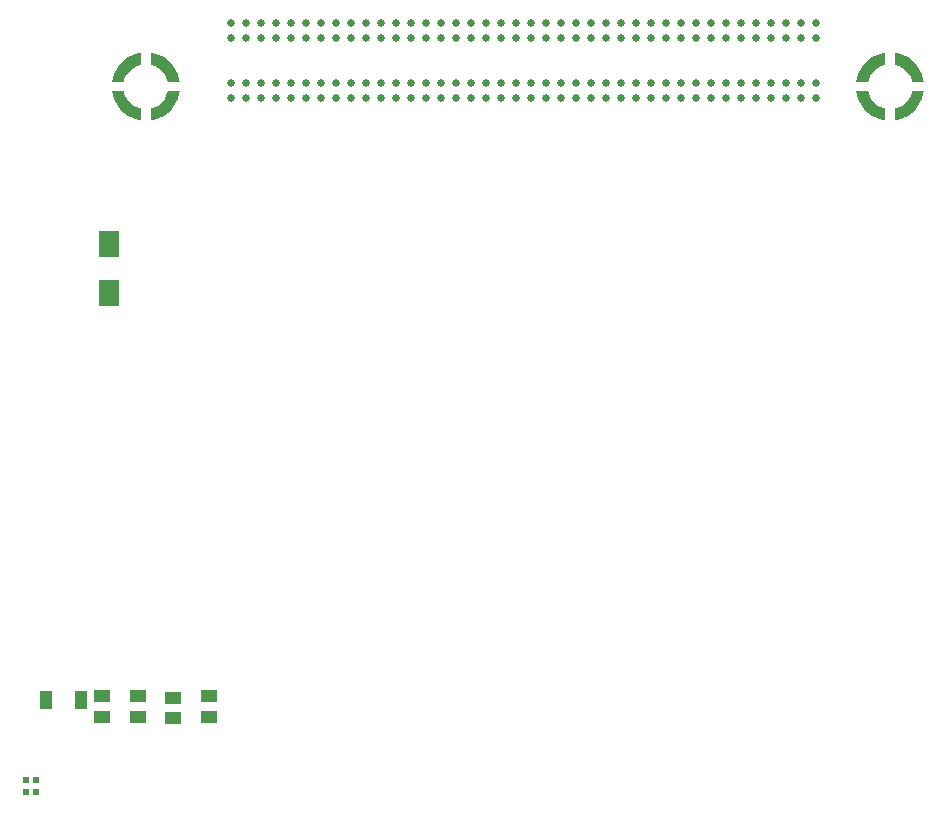
<source format=gbp>
G04*
G04 #@! TF.GenerationSoftware,Altium Limited,Altium Designer,22.10.1 (41)*
G04*
G04 Layer_Color=128*
%FSAX44Y44*%
%MOMM*%
G71*
G04*
G04 #@! TF.SameCoordinates,19A9066D-69EC-4412-BDAA-CEE194C5A0F3*
G04*
G04*
G04 #@! TF.FilePolarity,Positive*
G04*
G01*
G75*
%ADD38R,0.6000X0.5500*%
%ADD133R,1.7000X2.3000*%
%ADD134C,0.6400*%
%ADD137R,1.4000X1.1000*%
%ADD138R,1.0000X1.6000*%
G36*
X00135000Y00721500D02*
X00133667Y00721789D01*
X00131086Y00722669D01*
X00128669Y00723929D01*
X00126471Y00725542D01*
X00124543Y00727470D01*
X00122930Y00729668D01*
X00121669Y00732086D01*
X00120790Y00734667D01*
X00120500Y00736000D01*
X00120500Y00736000D01*
X00110500Y00736000D01*
X00110770Y00733674D01*
X00112077Y00729176D01*
X00114116Y00724960D01*
X00116830Y00721142D01*
X00120142Y00717830D01*
X00123959Y00715117D01*
X00128176Y00713077D01*
X00132673Y00711770D01*
X00135000Y00711500D01*
Y00711500D01*
X00135000Y00721500D01*
D02*
G37*
G36*
X00120500Y00744000D02*
X00120789Y00745333D01*
X00121669Y00747914D01*
X00122929Y00750331D01*
X00124542Y00752529D01*
X00126470Y00754457D01*
X00128668Y00756070D01*
X00131086Y00757331D01*
X00133667Y00758210D01*
X00135000Y00758500D01*
X00135000D01*
X00135000Y00768500D01*
X00132674Y00768230D01*
X00128176Y00766923D01*
X00123960Y00764884D01*
X00120142Y00762170D01*
X00116830Y00758858D01*
X00114116Y00755041D01*
X00112077Y00750824D01*
X00110770Y00746327D01*
X00110500Y00744000D01*
X00110500Y00744000D01*
X00120500Y00744000D01*
D02*
G37*
G36*
X00157500Y00736000D02*
X00157211Y00734667D01*
X00156332Y00732086D01*
X00155071Y00729669D01*
X00153458Y00727471D01*
X00151530Y00725543D01*
X00149332Y00723930D01*
X00146914Y00722669D01*
X00144333Y00721790D01*
X00143000Y00721500D01*
X00143000Y00721500D01*
X00143000Y00711500D01*
X00145326Y00711770D01*
X00149824Y00713077D01*
X00154040Y00715116D01*
X00157858Y00717830D01*
X00161170Y00721142D01*
X00163883Y00724959D01*
X00165923Y00729176D01*
X00167230Y00733673D01*
X00167500Y00736000D01*
X00167500D01*
X00157500Y00736000D01*
D02*
G37*
G36*
X00143000Y00758500D02*
X00144333Y00758211D01*
X00146914Y00757331D01*
X00149331Y00756071D01*
X00151529Y00754458D01*
X00153457Y00752530D01*
X00155070Y00750332D01*
X00156331Y00747914D01*
X00157210Y00745333D01*
X00157500Y00744000D01*
X00157500Y00744000D01*
X00167500Y00744000D01*
X00167230Y00746326D01*
X00165923Y00750824D01*
X00163884Y00755040D01*
X00161170Y00758858D01*
X00157858Y00762170D01*
X00154041Y00764883D01*
X00149824Y00766923D01*
X00145327Y00768230D01*
X00143000Y00768500D01*
X00143000Y00768500D01*
X00143000Y00758500D01*
D02*
G37*
G36*
X00765000Y00721500D02*
X00763667Y00721789D01*
X00761086Y00722669D01*
X00758669Y00723929D01*
X00756471Y00725542D01*
X00754543Y00727470D01*
X00752930Y00729668D01*
X00751669Y00732086D01*
X00750790Y00734667D01*
X00750500Y00736000D01*
X00750500Y00736000D01*
X00740500Y00736000D01*
X00740770Y00733674D01*
X00742077Y00729176D01*
X00744116Y00724960D01*
X00746830Y00721142D01*
X00750142Y00717830D01*
X00753959Y00715117D01*
X00758176Y00713077D01*
X00762673Y00711770D01*
X00765000Y00711500D01*
Y00711500D01*
X00765000Y00721500D01*
D02*
G37*
G36*
X00750500Y00744000D02*
X00750789Y00745333D01*
X00751668Y00747914D01*
X00752929Y00750331D01*
X00754542Y00752529D01*
X00756470Y00754457D01*
X00758668Y00756070D01*
X00761086Y00757331D01*
X00763667Y00758210D01*
X00765000Y00758500D01*
X00765000D01*
X00765000Y00768500D01*
X00762674Y00768230D01*
X00758176Y00766923D01*
X00753960Y00764884D01*
X00750142Y00762170D01*
X00746830Y00758858D01*
X00744117Y00755041D01*
X00742077Y00750824D01*
X00740770Y00746327D01*
X00740500Y00744000D01*
X00740500Y00744000D01*
X00750500Y00744000D01*
D02*
G37*
G36*
X00787500Y00736000D02*
X00787211Y00734667D01*
X00786331Y00732086D01*
X00785071Y00729669D01*
X00783458Y00727471D01*
X00781530Y00725543D01*
X00779332Y00723930D01*
X00776914Y00722669D01*
X00774333Y00721790D01*
X00773000Y00721500D01*
X00773000Y00721500D01*
X00773000Y00711500D01*
X00775326Y00711770D01*
X00779824Y00713077D01*
X00784040Y00715116D01*
X00787858Y00717830D01*
X00791170Y00721142D01*
X00793884Y00724959D01*
X00795922Y00729176D01*
X00797230Y00733673D01*
X00797500Y00736000D01*
X00797500D01*
X00787500Y00736000D01*
D02*
G37*
G36*
X00773000Y00758500D02*
X00774333Y00758211D01*
X00776914Y00757331D01*
X00779331Y00756071D01*
X00781529Y00754458D01*
X00783457Y00752530D01*
X00785070Y00750332D01*
X00786331Y00747914D01*
X00787210Y00745333D01*
X00787500Y00744000D01*
X00787500Y00744000D01*
X00797500Y00744000D01*
X00797230Y00746326D01*
X00795923Y00750824D01*
X00793884Y00755040D01*
X00791170Y00758858D01*
X00787858Y00762170D01*
X00784041Y00764883D01*
X00779824Y00766923D01*
X00775327Y00768230D01*
X00773000Y00768500D01*
X00773000Y00768500D01*
X00773000Y00758500D01*
D02*
G37*
D38*
X00037750Y00153000D02*
D03*
X00046250D02*
D03*
X00037500Y00142500D02*
D03*
X00046000D02*
D03*
D133*
X00108000Y00607000D02*
D03*
Y00565000D02*
D03*
D134*
X00325650Y00793750D02*
D03*
X00376450D02*
D03*
X00706650Y00730250D02*
D03*
X00706650Y00742950D02*
D03*
Y00781050D02*
D03*
X00706650Y00793750D02*
D03*
X00693950Y00730250D02*
D03*
Y00742950D02*
D03*
Y00781050D02*
D03*
Y00793750D02*
D03*
X00681250Y00730250D02*
D03*
Y00742950D02*
D03*
Y00781050D02*
D03*
Y00793750D02*
D03*
X00668550Y00730250D02*
D03*
X00668550Y00742950D02*
D03*
Y00781050D02*
D03*
X00668550Y00793750D02*
D03*
X00655850Y00730250D02*
D03*
Y00742950D02*
D03*
Y00781050D02*
D03*
Y00793750D02*
D03*
X00643150Y00730250D02*
D03*
Y00742950D02*
D03*
Y00781050D02*
D03*
Y00793750D02*
D03*
X00630450Y00730250D02*
D03*
Y00742950D02*
D03*
Y00781050D02*
D03*
Y00793750D02*
D03*
X00617750Y00730250D02*
D03*
X00617750Y00742950D02*
D03*
Y00781050D02*
D03*
X00617750Y00793750D02*
D03*
X00605050Y00730250D02*
D03*
Y00742950D02*
D03*
Y00781050D02*
D03*
Y00793750D02*
D03*
X00592350Y00730250D02*
D03*
X00592350Y00742950D02*
D03*
Y00781050D02*
D03*
X00592350Y00793750D02*
D03*
X00579650Y00730250D02*
D03*
Y00742950D02*
D03*
Y00781050D02*
D03*
Y00793750D02*
D03*
X00566950Y00730250D02*
D03*
Y00742950D02*
D03*
Y00781050D02*
D03*
Y00793750D02*
D03*
X00554250Y00730250D02*
D03*
Y00742950D02*
D03*
Y00781050D02*
D03*
Y00793750D02*
D03*
X00541550Y00730250D02*
D03*
X00541550Y00742950D02*
D03*
Y00781050D02*
D03*
X00541550Y00793750D02*
D03*
X00528850Y00730250D02*
D03*
Y00742950D02*
D03*
Y00781050D02*
D03*
Y00793750D02*
D03*
X00516150Y00730250D02*
D03*
Y00742950D02*
D03*
Y00781050D02*
D03*
Y00793750D02*
D03*
X00503450Y00730250D02*
D03*
X00503450Y00742950D02*
D03*
Y00781050D02*
D03*
X00503450Y00793750D02*
D03*
X00490750Y00730250D02*
D03*
Y00742950D02*
D03*
Y00781050D02*
D03*
Y00793750D02*
D03*
X00478050Y00730250D02*
D03*
X00478050Y00742950D02*
D03*
Y00781050D02*
D03*
X00478050Y00793750D02*
D03*
X00465350Y00730250D02*
D03*
Y00742950D02*
D03*
Y00781050D02*
D03*
Y00793750D02*
D03*
X00452650Y00730250D02*
D03*
Y00742950D02*
D03*
Y00781050D02*
D03*
Y00793750D02*
D03*
X00439950Y00730250D02*
D03*
X00439950Y00742950D02*
D03*
Y00781050D02*
D03*
X00439950Y00793750D02*
D03*
X00427250Y00730250D02*
D03*
Y00742950D02*
D03*
Y00781050D02*
D03*
Y00793750D02*
D03*
X00414550Y00730250D02*
D03*
X00414550Y00742950D02*
D03*
Y00781050D02*
D03*
X00414550Y00793750D02*
D03*
X00401850Y00730250D02*
D03*
Y00742950D02*
D03*
Y00781050D02*
D03*
Y00793750D02*
D03*
X00389150Y00730250D02*
D03*
Y00742950D02*
D03*
Y00781050D02*
D03*
Y00793750D02*
D03*
X00376450Y00730250D02*
D03*
X00376450Y00742950D02*
D03*
Y00781050D02*
D03*
X00363750Y00730250D02*
D03*
Y00742950D02*
D03*
Y00781050D02*
D03*
Y00793750D02*
D03*
X00351050Y00730250D02*
D03*
Y00742950D02*
D03*
Y00781050D02*
D03*
Y00793750D02*
D03*
X00338350Y00730250D02*
D03*
Y00742950D02*
D03*
Y00781050D02*
D03*
Y00793750D02*
D03*
X00325650Y00730250D02*
D03*
X00325650Y00742950D02*
D03*
Y00781050D02*
D03*
X00312950Y00730250D02*
D03*
Y00742950D02*
D03*
Y00781050D02*
D03*
Y00793750D02*
D03*
X00300250Y00730250D02*
D03*
X00300250Y00742950D02*
D03*
Y00781050D02*
D03*
X00300250Y00793750D02*
D03*
X00287550Y00730250D02*
D03*
Y00742950D02*
D03*
Y00781050D02*
D03*
Y00793750D02*
D03*
X00274850Y00730250D02*
D03*
Y00742950D02*
D03*
Y00781050D02*
D03*
Y00793750D02*
D03*
X00262150Y00730250D02*
D03*
Y00742950D02*
D03*
Y00781050D02*
D03*
Y00793750D02*
D03*
X00249450Y00730250D02*
D03*
X00249450Y00742950D02*
D03*
Y00781050D02*
D03*
X00249450Y00793750D02*
D03*
X00236750Y00730250D02*
D03*
Y00742950D02*
D03*
Y00781050D02*
D03*
Y00793750D02*
D03*
X00224050Y00730250D02*
D03*
Y00742950D02*
D03*
Y00781050D02*
D03*
Y00793750D02*
D03*
X00211350Y00730250D02*
D03*
X00211350Y00742950D02*
D03*
Y00781050D02*
D03*
X00211350Y00793750D02*
D03*
D137*
X00102000Y00223750D02*
D03*
Y00206250D02*
D03*
X00132000Y00223750D02*
D03*
Y00206250D02*
D03*
X00162000Y00222750D02*
D03*
Y00205250D02*
D03*
X00192000Y00223750D02*
D03*
Y00206250D02*
D03*
D138*
X00084000Y00221000D02*
D03*
X00054000D02*
D03*
M02*

</source>
